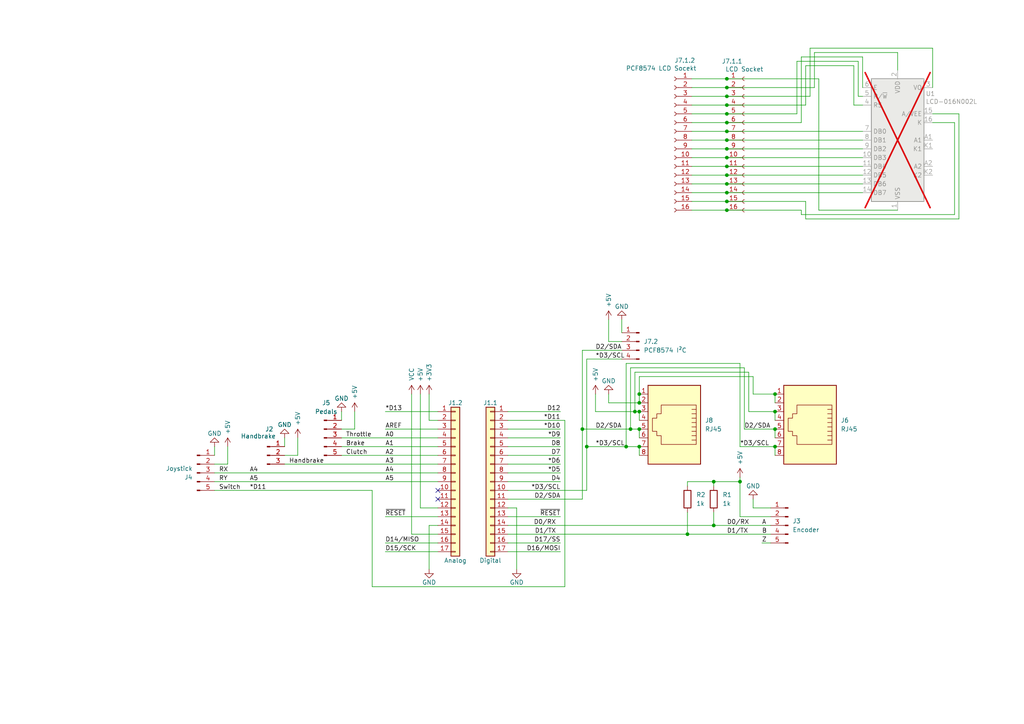
<source format=kicad_sch>
(kicad_sch (version 20231120) (generator "eeschema") (generator_version "8.0")
  (paper "A4")
  (title_block (date "sam. 04 avril 2015"))
  (lib_symbols
    (symbol "Connector:Conn_01x03_Pin" (pin_names (offset 1.016) hide)
      (property "Reference" "J" (at 0 5.08 0))
      (property "Value" "Conn_01x03_Pin" (at 0 -5.08 0))
      (symbol "Conn_01x03_Pin_1_1"
        (polyline (pts (xy 1.27 -2.54) (xy 0.8636 -2.54)) (stroke (width 0.1524)))
        (polyline (pts (xy 1.27 0) (xy 0.8636 0)) (stroke (width 0.1524)))
        (polyline (pts (xy 1.27 2.54) (xy 0.8636 2.54)) (stroke (width 0.1524)))
        (rectangle (start 0.8636 -2.413) (end 0 -2.667) (stroke (width 0.1524)) (fill (type outline)))
        (rectangle (start 0.8636 0.127) (end 0 -0.127) (stroke (width 0.1524)) (fill (type outline)))
        (rectangle (start 0.8636 2.667) (end 0 2.413) (stroke (width 0.1524)) (fill (type outline)))
        (pin passive line (at 5.08 2.54 180) (length 3.81) (name "Pin_1") (number "1"))
        (pin passive line (at 5.08 0 180) (length 3.81) (name "Pin_2") (number "2"))
        (pin passive line (at 5.08 -2.54 180) (length 3.81) (name "Pin_3") (number "3"))
      )
    )
    (symbol "Connector:Conn_01x04_Pin" (pin_names (offset 1.016) hide)
      (property "Reference" "J" (at 0 5.08 0))
      (property "Value" "Conn_01x04_Pin" (at 0 -7.62 0))
      (symbol "Conn_01x04_Pin_1_1"
        (polyline (pts (xy 1.27 -5.08) (xy 0.8636 -5.08)) (stroke (width 0.1524)))
        (polyline (pts (xy 1.27 -2.54) (xy 0.8636 -2.54)) (stroke (width 0.1524)))
        (polyline (pts (xy 1.27 0) (xy 0.8636 0)) (stroke (width 0.1524)))
        (polyline (pts (xy 1.27 2.54) (xy 0.8636 2.54)) (stroke (width 0.1524)))
        (rectangle (start 0.8636 -4.953) (end 0 -5.207) (stroke (width 0.1524)) (fill (type outline)))
        (rectangle (start 0.8636 -2.413) (end 0 -2.667) (stroke (width 0.1524)) (fill (type outline)))
        (rectangle (start 0.8636 0.127) (end 0 -0.127) (stroke (width 0.1524)) (fill (type outline)))
        (rectangle (start 0.8636 2.667) (end 0 2.413) (stroke (width 0.1524)) (fill (type outline)))
        (pin passive line (at 5.08 2.54 180) (length 3.81) (name "Pin_1") (number "1"))
        (pin passive line (at 5.08 0 180) (length 3.81) (name "Pin_2") (number "2"))
        (pin passive line (at 5.08 -2.54 180) (length 3.81) (name "Pin_3") (number "3"))
        (pin passive line (at 5.08 -5.08 180) (length 3.81) (name "Pin_4") (number "4"))
      )
    )
    (symbol "Connector:Conn_01x05_Pin" (pin_names (offset 1.016) hide)
      (property "Reference" "J" (at 0 7.62 0))
      (property "Value" "Conn_01x05_Pin" (at 0 -7.62 0))
      (symbol "Conn_01x05_Pin_1_1"
        (polyline (pts (xy 1.27 -5.08) (xy 0.8636 -5.08)) (stroke (width 0.1524)))
        (polyline (pts (xy 1.27 -2.54) (xy 0.8636 -2.54)) (stroke (width 0.1524)))
        (polyline (pts (xy 1.27 0) (xy 0.8636 0)) (stroke (width 0.1524)))
        (polyline (pts (xy 1.27 2.54) (xy 0.8636 2.54)) (stroke (width 0.1524)))
        (polyline (pts (xy 1.27 5.08) (xy 0.8636 5.08)) (stroke (width 0.1524)))
        (rectangle (start 0.8636 -4.953) (end 0 -5.207) (stroke (width 0.1524)) (fill (type outline)))
        (rectangle (start 0.8636 -2.413) (end 0 -2.667) (stroke (width 0.1524)) (fill (type outline)))
        (rectangle (start 0.8636 0.127) (end 0 -0.127) (stroke (width 0.1524)) (fill (type outline)))
        (rectangle (start 0.8636 2.667) (end 0 2.413) (stroke (width 0.1524)) (fill (type outline)))
        (rectangle (start 0.8636 5.207) (end 0 4.953) (stroke (width 0.1524)) (fill (type outline)))
        (pin passive line (at 5.08 5.08 180) (length 3.81) (name "Pin_1") (number "1"))
        (pin passive line (at 5.08 2.54 180) (length 3.81) (name "Pin_2") (number "2"))
        (pin passive line (at 5.08 0 180) (length 3.81) (name "Pin_3") (number "3"))
        (pin passive line (at 5.08 -2.54 180) (length 3.81) (name "Pin_4") (number "4"))
        (pin passive line (at 5.08 -5.08 180) (length 3.81) (name "Pin_5") (number "5"))
      )
    )
    (symbol "Connector:Conn_01x16_Socket" (pin_names (offset 1.016) hide)
      (property "Reference" "J" (at 0 20.32 0))
      (property "Value" "Conn_01x16_Socket" (at 0 -22.86 0))
      (symbol "Conn_01x16_Socket_1_1"
        (arc (start 0 -19.812) (mid -0.5058 -20.32) (end 0 -20.828) (stroke (width 0.1524)))
        (arc (start 0 -17.272) (mid -0.5058 -17.78) (end 0 -18.288) (stroke (width 0.1524)))
        (arc (start 0 -14.732) (mid -0.5058 -15.24) (end 0 -15.748) (stroke (width 0.1524)))
        (arc (start 0 -12.192) (mid -0.5058 -12.7) (end 0 -13.208) (stroke (width 0.1524)))
        (arc (start 0 -9.652) (mid -0.5058 -10.16) (end 0 -10.668) (stroke (width 0.1524)))
        (arc (start 0 -7.112) (mid -0.5058 -7.62) (end 0 -8.128) (stroke (width 0.1524)))
        (arc (start 0 -4.572) (mid -0.5058 -5.08) (end 0 -5.588) (stroke (width 0.1524)))
        (arc (start 0 -2.032) (mid -0.5058 -2.54) (end 0 -3.048) (stroke (width 0.1524)))
        (polyline (pts (xy -1.27 -20.32) (xy -0.508 -20.32)) (stroke (width 0.1524)))
        (polyline (pts (xy -1.27 -17.78) (xy -0.508 -17.78)) (stroke (width 0.1524)))
        (polyline (pts (xy -1.27 -15.24) (xy -0.508 -15.24)) (stroke (width 0.1524)))
        (polyline (pts (xy -1.27 -12.7) (xy -0.508 -12.7)) (stroke (width 0.1524)))
        (polyline (pts (xy -1.27 -10.16) (xy -0.508 -10.16)) (stroke (width 0.1524)))
        (polyline (pts (xy -1.27 -7.62) (xy -0.508 -7.62)) (stroke (width 0.1524)))
        (polyline (pts (xy -1.27 -5.08) (xy -0.508 -5.08)) (stroke (width 0.1524)))
        (polyline (pts (xy -1.27 -2.54) (xy -0.508 -2.54)) (stroke (width 0.1524)))
        (polyline (pts (xy -1.27 0) (xy -0.508 0)) (stroke (width 0.1524)))
        (polyline (pts (xy -1.27 2.54) (xy -0.508 2.54)) (stroke (width 0.1524)))
        (polyline (pts (xy -1.27 5.08) (xy -0.508 5.08)) (stroke (width 0.1524)))
        (polyline (pts (xy -1.27 7.62) (xy -0.508 7.62)) (stroke (width 0.1524)))
        (polyline (pts (xy -1.27 10.16) (xy -0.508 10.16)) (stroke (width 0.1524)))
        (polyline (pts (xy -1.27 12.7) (xy -0.508 12.7)) (stroke (width 0.1524)))
        (polyline (pts (xy -1.27 15.24) (xy -0.508 15.24)) (stroke (width 0.1524)))
        (polyline (pts (xy -1.27 17.78) (xy -0.508 17.78)) (stroke (width 0.1524)))
        (arc (start 0 0.508) (mid -0.5058 0) (end 0 -0.508) (stroke (width 0.1524)))
        (arc (start 0 3.048) (mid -0.5058 2.54) (end 0 2.032) (stroke (width 0.1524)))
        (arc (start 0 5.588) (mid -0.5058 5.08) (end 0 4.572) (stroke (width 0.1524)))
        (arc (start 0 8.128) (mid -0.5058 7.62) (end 0 7.112) (stroke (width 0.1524)))
        (arc (start 0 10.668) (mid -0.5058 10.16) (end 0 9.652) (stroke (width 0.1524)))
        (arc (start 0 13.208) (mid -0.5058 12.7) (end 0 12.192) (stroke (width 0.1524)))
        (arc (start 0 15.748) (mid -0.5058 15.24) (end 0 14.732) (stroke (width 0.1524)))
        (arc (start 0 18.288) (mid -0.5058 17.78) (end 0 17.272) (stroke (width 0.1524)))
        (pin passive line (at -5.08 17.78 0) (length 3.81) (name "Pin_1") (number "1"))
        (pin passive line (at -5.08 -5.08 0) (length 3.81) (name "Pin_10") (number "10"))
        (pin passive line (at -5.08 -7.62 0) (length 3.81) (name "Pin_11") (number "11"))
        (pin passive line (at -5.08 -10.16 0) (length 3.81) (name "Pin_12") (number "12"))
        (pin passive line (at -5.08 -12.7 0) (length 3.81) (name "Pin_13") (number "13"))
        (pin passive line (at -5.08 -15.24 0) (length 3.81) (name "Pin_14") (number "14"))
        (pin passive line (at -5.08 -17.78 0) (length 3.81) (name "Pin_15") (number "15"))
        (pin passive line (at -5.08 -20.32 0) (length 3.81) (name "Pin_16") (number "16"))
        (pin passive line (at -5.08 15.24 0) (length 3.81) (name "Pin_2") (number "2"))
        (pin passive line (at -5.08 12.7 0) (length 3.81) (name "Pin_3") (number "3"))
        (pin passive line (at -5.08 10.16 0) (length 3.81) (name "Pin_4") (number "4"))
        (pin passive line (at -5.08 7.62 0) (length 3.81) (name "Pin_5") (number "5"))
        (pin passive line (at -5.08 5.08 0) (length 3.81) (name "Pin_6") (number "6"))
        (pin passive line (at -5.08 2.54 0) (length 3.81) (name "Pin_7") (number "7"))
        (pin passive line (at -5.08 0 0) (length 3.81) (name "Pin_8") (number "8"))
        (pin passive line (at -5.08 -2.54 0) (length 3.81) (name "Pin_9") (number "9"))
      )
    )
    (symbol "Connector:RJ45" (pin_names (offset 1.016))
      (property "Reference" "J" (at -5.08 13.97 0))
      (property "Value" "RJ45" (at 2.54 13.97 0))
      (symbol "RJ45_0_1"
        (polyline (pts (xy -5.08 4.445) (xy -6.35 4.445)))
        (polyline (pts (xy -5.08 5.715) (xy -6.35 5.715)))
        (polyline (pts (xy -6.35 -3.175) (xy -5.08 -3.175) (xy -5.08 -3.175)))
        (polyline (pts (xy -6.35 -1.905) (xy -5.08 -1.905) (xy -5.08 -1.905)))
        (polyline (pts (xy -6.35 -0.635) (xy -5.08 -0.635) (xy -5.08 -0.635)))
        (polyline (pts (xy -6.35 0.635) (xy -5.08 0.635) (xy -5.08 0.635)))
        (polyline (pts (xy -6.35 1.905) (xy -5.08 1.905) (xy -5.08 1.905)))
        (polyline (pts (xy -5.08 3.175) (xy -6.35 3.175) (xy -6.35 3.175)))
        (polyline (pts (xy -6.35 -4.445) (xy -6.35 6.985) (xy 3.81 6.985) (xy 3.81 4.445) (xy 5.08 4.445) (xy 5.08 3.175) (xy 6.35 3.175) (xy 6.35 -0.635) (xy 5.08 -0.635) (xy 5.08 -1.905) (xy 3.81 -1.905) (xy 3.81 -4.445) (xy -6.35 -4.445) (xy -6.35 -4.445)))
        (rectangle (start 7.62 12.7) (end -7.62 -10.16) (stroke (width 0.254)) (fill (type background)))
      )
      (symbol "RJ45_1_1"
        (pin passive line (at 10.16 -7.62 180) (length 2.54) (name "~") (number "1"))
        (pin passive line (at 10.16 -5.08 180) (length 2.54) (name "~") (number "2"))
        (pin passive line (at 10.16 -2.54 180) (length 2.54) (name "~") (number "3"))
        (pin passive line (at 10.16 0 180) (length 2.54) (name "~") (number "4"))
        (pin passive line (at 10.16 2.54 180) (length 2.54) (name "~") (number "5"))
        (pin passive line (at 10.16 5.08 180) (length 2.54) (name "~") (number "6"))
        (pin passive line (at 10.16 7.62 180) (length 2.54) (name "~") (number "7"))
        (pin passive line (at 10.16 10.16 180) (length 2.54) (name "~") (number "8"))
      )
    )
    (symbol "Connector_Generic:Conn_01x17" (pin_names (offset 1.016) hide)
      (property "Reference" "J" (at 0 22.86 0))
      (property "Value" "Conn_01x17" (at 0 -22.86 0))
      (symbol "Conn_01x17_1_1"
        (rectangle (start -1.27 -20.193) (end 0 -20.447) (stroke (width 0.1524)))
        (rectangle (start -1.27 -17.653) (end 0 -17.907) (stroke (width 0.1524)))
        (rectangle (start -1.27 -15.113) (end 0 -15.367) (stroke (width 0.1524)))
        (rectangle (start -1.27 -12.573) (end 0 -12.827) (stroke (width 0.1524)))
        (rectangle (start -1.27 -10.033) (end 0 -10.287) (stroke (width 0.1524)))
        (rectangle (start -1.27 -7.493) (end 0 -7.747) (stroke (width 0.1524)))
        (rectangle (start -1.27 -4.953) (end 0 -5.207) (stroke (width 0.1524)))
        (rectangle (start -1.27 -2.413) (end 0 -2.667) (stroke (width 0.1524)))
        (rectangle (start -1.27 0.127) (end 0 -0.127) (stroke (width 0.1524)))
        (rectangle (start -1.27 2.667) (end 0 2.413) (stroke (width 0.1524)))
        (rectangle (start -1.27 5.207) (end 0 4.953) (stroke (width 0.1524)))
        (rectangle (start -1.27 7.747) (end 0 7.493) (stroke (width 0.1524)))
        (rectangle (start -1.27 10.287) (end 0 10.033) (stroke (width 0.1524)))
        (rectangle (start -1.27 12.827) (end 0 12.573) (stroke (width 0.1524)))
        (rectangle (start -1.27 15.367) (end 0 15.113) (stroke (width 0.1524)))
        (rectangle (start -1.27 17.907) (end 0 17.653) (stroke (width 0.1524)))
        (rectangle (start -1.27 20.447) (end 0 20.193) (stroke (width 0.1524)))
        (rectangle (start -1.27 21.59) (end 1.27 -21.59) (stroke (width 0.254)) (fill (type background)))
        (pin passive line (at -5.08 20.32 0) (length 3.81) (name "Pin_1") (number "1"))
        (pin passive line (at -5.08 -2.54 0) (length 3.81) (name "Pin_10") (number "10"))
        (pin passive line (at -5.08 -5.08 0) (length 3.81) (name "Pin_11") (number "11"))
        (pin passive line (at -5.08 -7.62 0) (length 3.81) (name "Pin_12") (number "12"))
        (pin passive line (at -5.08 -10.16 0) (length 3.81) (name "Pin_13") (number "13"))
        (pin passive line (at -5.08 -12.7 0) (length 3.81) (name "Pin_14") (number "14"))
        (pin passive line (at -5.08 -15.24 0) (length 3.81) (name "Pin_15") (number "15"))
        (pin passive line (at -5.08 -17.78 0) (length 3.81) (name "Pin_16") (number "16"))
        (pin passive line (at -5.08 -20.32 0) (length 3.81) (name "Pin_17") (number "17"))
        (pin passive line (at -5.08 17.78 0) (length 3.81) (name "Pin_2") (number "2"))
        (pin passive line (at -5.08 15.24 0) (length 3.81) (name "Pin_3") (number "3"))
        (pin passive line (at -5.08 12.7 0) (length 3.81) (name "Pin_4") (number "4"))
        (pin passive line (at -5.08 10.16 0) (length 3.81) (name "Pin_5") (number "5"))
        (pin passive line (at -5.08 7.62 0) (length 3.81) (name "Pin_6") (number "6"))
        (pin passive line (at -5.08 5.08 0) (length 3.81) (name "Pin_7") (number "7"))
        (pin passive line (at -5.08 2.54 0) (length 3.81) (name "Pin_8") (number "8"))
        (pin passive line (at -5.08 0 0) (length 3.81) (name "Pin_9") (number "9"))
      )
    )
    (symbol "Device:R" (pin_numbers hide) (pin_names (offset 0))
      (property "Reference" "R" (at 2.032 0 90))
      (property "Value" "R" (at 0 0 90))
      (symbol "R_0_1"
        (rectangle (start -1.016 -2.54) (end 1.016 2.54) (stroke (width 0.254)))
      )
      (symbol "R_1_1"
        (pin passive line (at 0 3.81 270) (length 1.27) (name "~") (number "1"))
        (pin passive line (at 0 -3.81 90) (length 1.27) (name "~") (number "2"))
      )
    )
    (symbol "Display_Character:LCD-016N002L"
      (property "Reference" "U" (at -6.35 18.796 0))
      (property "Value" "LCD-016N002L" (at 8.636 18.796 0))
      (symbol "LCD-016N002L_1_1"
        (rectangle (start -7.62 17.78) (end 7.62 -17.78) (stroke (width 0.254)) (fill (type background)))
        (pin power_in line (at 0 -20.32 90) (length 2.54) (name "VSS") (number "1"))
        (pin bidirectional line (at -10.16 -5.08 0) (length 2.54) (name "DB3") (number "10"))
        (pin bidirectional line (at -10.16 -7.62 0) (length 2.54) (name "DB4") (number "11"))
        (pin bidirectional line (at -10.16 -10.16 0) (length 2.54) (name "DB5") (number "12"))
        (pin bidirectional line (at -10.16 -12.7 0) (length 2.54) (name "DB6") (number "13"))
        (pin bidirectional line (at -10.16 -15.24 0) (length 2.54) (name "DB7") (number "14"))
        (pin power_in line (at 10.16 7.62 180) (length 2.54) (name "A/VEE") (number "15"))
        (pin power_in line (at 10.16 5.08 180) (length 2.54) (name "K") (number "16"))
        (pin power_in line (at 0 20.32 270) (length 2.54) (name "VDD") (number "2"))
        (pin input line (at 10.16 15.24 180) (length 2.54) (name "VO") (number "3"))
        (pin input line (at -10.16 10.16 0) (length 2.54) (name "RS") (number "4"))
        (pin input line (at -10.16 12.7 0) (length 2.54) (name "R/~{W}") (number "5"))
        (pin input line (at -10.16 15.24 0) (length 2.54) (name "E") (number "6"))
        (pin bidirectional line (at -10.16 2.54 0) (length 2.54) (name "DB0") (number "7"))
        (pin bidirectional line (at -10.16 0 0) (length 2.54) (name "DB1") (number "8"))
        (pin bidirectional line (at -10.16 -2.54 0) (length 2.54) (name "DB2") (number "9"))
        (pin power_in line (at 10.16 0 180) (length 2.54) (name "A1") (number "A1"))
        (pin power_in line (at 10.16 -7.62 180) (length 2.54) (name "A2") (number "A2"))
        (pin power_in line (at 10.16 -2.54 180) (length 2.54) (name "K1") (number "K1"))
        (pin power_in line (at 10.16 -10.16 180) (length 2.54) (name "K2") (number "K2"))
      )
    )
    (symbol "power:+3.3V" (power) (pin_names (offset 0))
      (property "Value" "+3.3V" (at 0 3.556 0))
      (symbol "+3.3V_0_1"
        (polyline (pts (xy -0.762 1.27) (xy 0 2.54)))
        (polyline (pts (xy 0 0) (xy 0 2.54)))
        (polyline (pts (xy 0 2.54) (xy 0.762 1.27)))
      )
      (symbol "+3.3V_1_1"
        (pin power_in line (at 0 0 90) (length 0) hide (name "+3V3") (number "1"))
      )
    )
    (symbol "power:+5V" (power) (pin_names (offset 0))
      (property "Value" "+5V" (at 0 3.556 0))
      (symbol "+5V_0_1"
        (polyline (pts (xy -0.762 1.27) (xy 0 2.54)))
        (polyline (pts (xy 0 0) (xy 0 2.54)))
        (polyline (pts (xy 0 2.54) (xy 0.762 1.27)))
      )
      (symbol "+5V_1_1"
        (pin power_in line (at 0 0 90) (length 0) hide (name "+5V") (number "1"))
      )
    )
    (symbol "power:GND" (power) (pin_names (offset 0))
      (property "Value" "GND" (at 0 -3.81 0))
      (symbol "GND_0_1"
        (polyline (pts (xy 0 0) (xy 0 -1.27) (xy 1.27 -1.27) (xy 0 -2.54) (xy -1.27 -1.27) (xy 0 -1.27)))
      )
      (symbol "GND_1_1"
        (pin power_in line (at 0 0 270) (length 0) hide (name "GND") (number "1"))
      )
    )
    (symbol "power:VCC" (power) (pin_names (offset 0))
      (property "Value" "VCC" (at 0 3.81 0))
      (symbol "VCC_0_1"
        (polyline (pts (xy -0.762 1.27) (xy 0 2.54)))
        (polyline (pts (xy 0 0) (xy 0 2.54)))
        (polyline (pts (xy 0 2.54) (xy 0.762 1.27)))
      )
      (symbol "VCC_1_1"
        (pin power_in line (at 0 0 90) (length 0) hide (name "VCC") (number "1"))
      )
    )
  )
  (junction (at 199.39 154.94))
  (junction (at 207.01 152.4))
  (junction (at 224.79 114.3))
  (junction (at 210.82 55.88))
  (junction (at 207.01 139.7))
  (junction (at 210.82 58.42))
  (junction (at 214.63 139.7))
  (junction (at 210.82 22.86))
  (junction (at 210.82 40.64))
  (junction (at 210.82 48.26))
  (junction (at 210.82 50.8))
  (junction (at 224.79 119.38))
  (junction (at 210.82 38.1))
  (junction (at 185.42 129.54))
  (junction (at 210.82 35.56))
  (junction (at 184.15 119.38))
  (junction (at 168.91 124.46))
  (junction (at 185.42 114.3))
  (junction (at 210.82 33.02))
  (junction (at 182.88 124.46))
  (junction (at 210.82 27.94))
  (junction (at 210.82 53.34))
  (junction (at 224.79 124.46))
  (junction (at 210.82 43.18))
  (junction (at 170.18 129.54))
  (junction (at 185.42 124.46))
  (junction (at 185.42 116.84))
  (junction (at 210.82 25.4))
  (junction (at 181.61 129.54))
  (junction (at 210.82 45.72))
  (junction (at 185.42 119.38))
  (junction (at 210.82 60.96))
  (junction (at 210.82 30.48))
  (junction (at 224.79 129.54))
  (no_connect (at 127 142.24))
  (no_connect (at 127 144.78))
  (wire (pts (xy 127 121.92) (xy 124.46 121.92)))
  (wire (pts (xy 218.44 114.3) (xy 224.79 114.3)))
  (wire (pts (xy 147.32 154.94) (xy 199.39 154.94)))
  (wire (pts (xy 214.63 149.86) (xy 214.63 139.7)))
  (wire (pts (xy 210.82 25.4) (xy 236.22 25.4)))
  (wire (pts (xy 200.66 27.94) (xy 210.82 27.94)))
  (wire (pts (xy 185.42 114.3) (xy 185.42 116.84)))
  (wire (pts (xy 260.35 60.96) (xy 237.49 60.96)))
  (wire (pts (xy 270.51 33.02) (xy 278.13 33.02)))
  (wire (pts (xy 224.79 114.3) (xy 224.79 116.84)))
  (wire (pts (xy 214.63 129.54) (xy 224.79 129.54)))
  (wire (pts (xy 200.66 53.34) (xy 210.82 53.34)))
  (wire (pts (xy 220.98 157.48) (xy 223.52 157.48)))
  (wire (pts (xy 170.18 129.54) (xy 181.61 129.54)))
  (wire (pts (xy 200.66 58.42) (xy 210.82 58.42)))
  (wire (pts (xy 224.79 129.54) (xy 224.79 132.08)))
  (wire (pts (xy 233.68 19.05) (xy 233.68 30.48)))
  (wire (pts (xy 278.13 33.02) (xy 278.13 63.5)))
  (wire (pts (xy 170.18 142.24) (xy 147.32 142.24)))
  (wire (pts (xy 218.44 147.32) (xy 223.52 147.32)))
  (wire (pts (xy 121.92 114.3) (xy 121.92 147.32)))
  (wire (pts (xy 127 147.32) (xy 121.92 147.32)))
  (wire (pts (xy 182.88 106.68) (xy 215.9 106.68)))
  (wire (pts (xy 233.68 58.42) (xy 210.82 58.42)))
  (wire (pts (xy 185.42 119.38) (xy 185.42 121.92)))
  (wire (pts (xy 210.82 33.02) (xy 231.14 33.02)))
  (wire (pts (xy 270.51 25.4) (xy 270.51 13.97)))
  (wire (pts (xy 237.49 60.96) (xy 237.49 22.86)))
  (wire (pts (xy 62.23 134.62) (xy 66.04 134.62)))
  (wire (pts (xy 185.42 109.22) (xy 218.44 109.22)))
  (wire (pts (xy 66.04 134.62) (xy 66.04 129.54)))
  (wire (pts (xy 210.82 45.72) (xy 250.19 45.72)))
  (wire (pts (xy 217.17 119.38) (xy 224.79 119.38)))
  (wire (pts (xy 210.82 48.26) (xy 250.19 48.26)))
  (wire (pts (xy 215.9 124.46) (xy 224.79 124.46)))
  (wire (pts (xy 276.86 62.23) (xy 232.41 62.23)))
  (wire (pts (xy 184.15 119.38) (xy 185.42 119.38)))
  (wire (pts (xy 185.42 129.54) (xy 185.42 132.08)))
  (wire (pts (xy 62.23 139.7) (xy 127 139.7)))
  (wire (pts (xy 147.32 124.46) (xy 162.56 124.46)))
  (wire (pts (xy 260.35 15.24) (xy 236.22 15.24)))
  (wire (pts (xy 168.91 124.46) (xy 182.88 124.46)))
  (wire (pts (xy 147.32 160.02) (xy 162.56 160.02)))
  (wire (pts (xy 200.66 45.72) (xy 210.82 45.72)))
  (wire (pts (xy 207.01 140.97) (xy 207.01 139.7)))
  (wire (pts (xy 170.18 104.14) (xy 170.18 129.54)))
  (wire (pts (xy 214.63 149.86) (xy 223.52 149.86)))
  (wire (pts (xy 199.39 139.7) (xy 207.01 139.7)))
  (wire (pts (xy 247.65 30.48) (xy 250.19 30.48)))
  (wire (pts (xy 184.15 119.38) (xy 184.15 107.95)))
  (wire (pts (xy 147.32 157.48) (xy 162.56 157.48)))
  (wire (pts (xy 210.82 43.18) (xy 250.19 43.18)))
  (wire (pts (xy 247.65 30.48) (xy 247.65 19.05)))
  (wire (pts (xy 147.32 129.54) (xy 162.56 129.54)))
  (wire (pts (xy 99.06 119.38) (xy 99.06 121.92)))
  (wire (pts (xy 200.66 38.1) (xy 210.82 38.1)))
  (wire (pts (xy 234.95 13.97) (xy 234.95 27.94)))
  (wire (pts (xy 185.42 124.46) (xy 185.42 127)))
  (wire (pts (xy 180.34 99.06) (xy 176.53 99.06)))
  (wire (pts (xy 99.06 129.54) (xy 127 129.54)))
  (wire (pts (xy 199.39 154.94) (xy 223.52 154.94)))
  (wire (pts (xy 168.91 124.46) (xy 168.91 144.78)))
  (wire (pts (xy 214.63 139.7) (xy 214.63 138.43)))
  (wire (pts (xy 199.39 148.59) (xy 199.39 154.94)))
  (wire (pts (xy 86.36 132.08) (xy 86.36 127)))
  (wire (pts (xy 200.66 55.88) (xy 210.82 55.88)))
  (wire (pts (xy 147.32 152.4) (xy 207.01 152.4)))
  (wire (pts (xy 200.66 43.18) (xy 210.82 43.18)))
  (wire (pts (xy 200.66 35.56) (xy 210.82 35.56)))
  (wire (pts (xy 163.83 121.92) (xy 163.83 170.18)))
  (wire (pts (xy 147.32 139.7) (xy 162.56 139.7)))
  (wire (pts (xy 224.79 124.46) (xy 224.79 127)))
  (wire (pts (xy 182.88 124.46) (xy 185.42 124.46)))
  (wire (pts (xy 147.32 144.78) (xy 168.91 144.78)))
  (wire (pts (xy 232.41 62.23) (xy 232.41 60.96)))
  (wire (pts (xy 210.82 22.86) (xy 237.49 22.86)))
  (wire (pts (xy 210.82 55.88) (xy 250.19 55.88)))
  (wire (pts (xy 99.06 124.46) (xy 102.87 124.46)))
  (wire (pts (xy 184.15 107.95) (xy 217.17 107.95)))
  (wire (pts (xy 231.14 17.78) (xy 231.14 33.02)))
  (wire (pts (xy 217.17 107.95) (xy 217.17 119.38)))
  (wire (pts (xy 207.01 152.4) (xy 223.52 152.4)))
  (wire (pts (xy 224.79 119.38) (xy 224.79 121.92)))
  (wire (pts (xy 210.82 53.34) (xy 250.19 53.34)))
  (wire (pts (xy 111.76 124.46) (xy 127 124.46)))
  (wire (pts (xy 200.66 25.4) (xy 210.82 25.4)))
  (wire (pts (xy 210.82 30.48) (xy 233.68 30.48)))
  (wire (pts (xy 200.66 60.96) (xy 210.82 60.96)))
  (wire (pts (xy 232.41 35.56) (xy 210.82 35.56)))
  (wire (pts (xy 62.23 129.54) (xy 62.23 132.08)))
  (wire (pts (xy 124.46 114.3) (xy 124.46 121.92)))
  (wire (pts (xy 147.32 147.32) (xy 149.86 147.32)))
  (wire (pts (xy 119.38 114.3) (xy 119.38 154.94)))
  (wire (pts (xy 127 154.94) (xy 119.38 154.94)))
  (wire (pts (xy 210.82 50.8) (xy 250.19 50.8)))
  (wire (pts (xy 250.19 16.51) (xy 232.41 16.51)))
  (wire (pts (xy 111.76 149.86) (xy 127 149.86)))
  (wire (pts (xy 182.88 124.46) (xy 182.88 106.68)))
  (wire (pts (xy 278.13 63.5) (xy 233.68 63.5)))
  (wire (pts (xy 199.39 140.97) (xy 199.39 139.7)))
  (wire (pts (xy 218.44 144.78) (xy 218.44 147.32)))
  (wire (pts (xy 181.61 129.54) (xy 185.42 129.54)))
  (wire (pts (xy 200.66 30.48) (xy 210.82 30.48)))
  (wire (pts (xy 170.18 129.54) (xy 170.18 142.24)))
  (wire (pts (xy 200.66 33.02) (xy 210.82 33.02)))
  (wire (pts (xy 207.01 139.7) (xy 214.63 139.7)))
  (wire (pts (xy 102.87 124.46) (xy 102.87 119.38)))
  (wire (pts (xy 210.82 38.1) (xy 250.19 38.1)))
  (wire (pts (xy 147.32 137.16) (xy 162.56 137.16)))
  (wire (pts (xy 62.23 137.16) (xy 127 137.16)))
  (wire (pts (xy 172.72 119.38) (xy 184.15 119.38)))
  (wire (pts (xy 111.76 157.48) (xy 127 157.48)))
  (wire (pts (xy 236.22 15.24) (xy 236.22 25.4)))
  (wire (pts (xy 176.53 116.84) (xy 185.42 116.84)))
  (wire (pts (xy 147.32 134.62) (xy 162.56 134.62)))
  (wire (pts (xy 111.76 119.38) (xy 127 119.38)))
  (wire (pts (xy 170.18 104.14) (xy 180.34 104.14)))
  (wire (pts (xy 231.14 17.78) (xy 248.92 17.78)))
  (wire (pts (xy 234.95 27.94) (xy 210.82 27.94)))
  (wire (pts (xy 218.44 109.22) (xy 218.44 114.3)))
  (wire (pts (xy 180.34 96.52) (xy 180.34 92.71)))
  (wire (pts (xy 248.92 17.78) (xy 248.92 27.94)))
  (wire (pts (xy 214.63 105.41) (xy 214.63 129.54)))
  (wire (pts (xy 260.35 15.24) (xy 260.35 20.32)))
  (wire (pts (xy 248.92 27.94) (xy 250.19 27.94)))
  (wire (pts (xy 168.91 101.6) (xy 168.91 124.46)))
  (wire (pts (xy 111.76 160.02) (xy 127 160.02)))
  (wire (pts (xy 180.34 101.6) (xy 168.91 101.6)))
  (wire (pts (xy 62.23 142.24) (xy 107.95 142.24)))
  (wire (pts (xy 147.32 127) (xy 162.56 127)))
  (wire (pts (xy 232.41 16.51) (xy 232.41 35.56)))
  (wire (pts (xy 82.55 132.08) (xy 86.36 132.08)))
  (wire (pts (xy 147.32 119.38) (xy 162.56 119.38)))
  (wire (pts (xy 99.06 127) (xy 127 127)))
  (wire (pts (xy 147.32 149.86) (xy 162.56 149.86)))
  (wire (pts (xy 147.32 132.08) (xy 162.56 132.08)))
  (wire (pts (xy 200.66 50.8) (xy 210.82 50.8)))
  (wire (pts (xy 149.86 147.32) (xy 149.86 165.1)))
  (wire (pts (xy 185.42 114.3) (xy 185.42 109.22)))
  (wire (pts (xy 107.95 170.18) (xy 107.95 142.24)))
  (wire (pts (xy 200.66 40.64) (xy 210.82 40.64)))
  (wire (pts (xy 207.01 148.59) (xy 207.01 152.4)))
  (wire (pts (xy 215.9 106.68) (xy 215.9 124.46)))
  (wire (pts (xy 270.51 35.56) (xy 276.86 35.56)))
  (wire (pts (xy 176.53 114.3) (xy 176.53 116.84)))
  (wire (pts (xy 82.55 134.62) (xy 127 134.62)))
  (wire (pts (xy 82.55 127) (xy 82.55 129.54)))
  (wire (pts (xy 172.72 119.38) (xy 172.72 114.3)))
  (wire (pts (xy 163.83 170.18) (xy 107.95 170.18)))
  (wire (pts (xy 276.86 35.56) (xy 276.86 62.23)))
  (wire (pts (xy 210.82 40.64) (xy 250.19 40.64)))
  (wire (pts (xy 247.65 19.05) (xy 233.68 19.05)))
  (wire (pts (xy 250.19 16.51) (xy 250.19 25.4)))
  (wire (pts (xy 270.51 13.97) (xy 234.95 13.97)))
  (wire (pts (xy 124.46 152.4) (xy 124.46 165.1)))
  (wire (pts (xy 127 152.4) (xy 124.46 152.4)))
  (wire (pts (xy 200.66 48.26) (xy 210.82 48.26)))
  (wire (pts (xy 232.41 60.96) (xy 210.82 60.96)))
  (wire (pts (xy 181.61 129.54) (xy 181.61 105.41)))
  (wire (pts (xy 181.61 105.41) (xy 214.63 105.41)))
  (wire (pts (xy 233.68 63.5) (xy 233.68 58.42)))
  (wire (pts (xy 200.66 22.86) (xy 210.82 22.86)))
  (wire (pts (xy 99.06 132.08) (xy 127 132.08)))
  (wire (pts (xy 176.53 99.06) (xy 176.53 92.71)))
  (wire (pts (xy 147.32 121.92) (xy 163.83 121.92)))
  (label "D4" (at 162.56 139.7 180))
  (label "D2{slash}SDA" (at 215.9 124.46 0))
  (label "RX" (at 63.5 137.16 0))
  (label "*D5" (at 162.56 137.16 180))
  (label "Clutch" (at 100.33 132.08 0))
  (label "A2" (at 111.76 132.08 0))
  (label "D7" (at 162.56 132.08 180))
  (label "A5" (at 72.39 139.7 0))
  (label "D15{slash}SCK" (at 111.76 160.02 0))
  (label "*D13" (at 111.76 119.38 0))
  (label "D16{slash}MOSI" (at 162.56 160.02 180))
  (label "D17{slash}SS" (at 162.56 157.48 180))
  (label "D0{slash}RX" (at 210.82 152.4 0))
  (label "*D6" (at 162.56 134.62 180))
  (label "D2{slash}SDA" (at 172.72 101.6 0))
  (label "*D11" (at 162.56 121.92 180))
  (label "A1" (at 111.76 129.54 0))
  (label "D14{slash}MISO" (at 111.76 157.48 0))
  (label "Brake" (at 100.33 129.54 0))
  (label "A4" (at 111.76 137.16 0))
  (label "A" (at 220.98 152.4 0))
  (label "A5" (at 111.76 139.7 0))
  (label "RY" (at 63.5 139.7 0))
  (label "*D3{slash}SCL" (at 172.72 129.54 0))
  (label "Handbrake" (at 83.82 134.62 0))
  (label "*D11" (at 72.39 142.24 0))
  (label "A3" (at 111.76 134.62 0))
  (label "~{RESET}" (at 162.56 149.86 180))
  (label "A0" (at 111.76 127 0))
  (label "D1{slash}TX" (at 210.82 154.94 0))
  (label "Throttle" (at 100.33 127 0))
  (label "B" (at 220.98 154.94 0))
  (label "*D9" (at 162.56 127 180))
  (label "*D3{slash}SCL" (at 162.56 142.24 180))
  (label "D2{slash}SDA" (at 162.56 144.78 180))
  (label "A4" (at 72.39 137.16 0))
  (label "*D3{slash}SCL" (at 214.63 129.54 0))
  (label "D8" (at 162.56 129.54 180))
  (label "D1{slash}TX" (at 161.29 154.94 180))
  (label "*D3{slash}SCL" (at 172.72 104.14 0))
  (label "D0{slash}RX" (at 161.29 152.4 180))
  (label "Switch" (at 63.5 142.24 0))
  (label "Z" (at 220.98 157.48 0))
  (label "AREF" (at 111.76 124.46 0))
  (label "~{RESET}" (at 111.76 149.86 0))
  (label "*D10" (at 162.56 124.46 180))
  (label "D2{slash}SDA" (at 172.72 124.46 0))
  (label "D12" (at 162.56 119.38 180))
  (symbol (lib_id "Connector_Generic:Conn_01x17") (at 132.08 139.7 0) (unit 1)
    (property "Reference" "J1.2" (at 132.08 116.84 0))
    (property "Value" "Analog" (at 132.08 162.56 0))
    (property "Footprint" "Connector_PinSocket_2.54mm:PinSocket_1x17_P2.54mm_Vertical_SMD_Pin1Left" (effects (hide yes)))
  )
  (symbol (lib_id "Connector_Generic:Conn_01x17") (at 142.24 139.7 0) (mirror y) (unit 1)
    (property "Reference" "J1.1" (at 142.24 116.84 0))
    (property "Value" "Digital" (at 142.24 162.56 0))
    (property "Footprint" "Connector_PinSocket_2.54mm:PinSocket_1x17_P2.54mm_Vertical_SMD_Pin1Left" (effects (hide yes)))
  )
  (symbol (lib_id "Display_Character:LCD-016N002L") (at 260.35 40.64 0) (unit 1) (exclude_from_sim yes) (in_bom no) (on_board no) (dnp yes)
    (property "Reference" "U1" (at 268.478 27.178 0) (effects (justify left)))
    (property "Value" "LCD-016N002L" (at 268.478 29.464 0) (effects (justify left)))
    (property "Datasheet" "http://www.vishay.com/docs/37299/37299.pdf" (effects (hide yes)))
    (property "Description" "LCD 12x2, 8 bit parallel bus, 3V or 5V VDD" (effects (hide yes)))
  )
  (symbol (lib_id "power:GND") (at 99.06 119.38 180) (unit 1)
    (property "Reference" "#PWR04" (effects (hide yes)))
    (property "Value" "GND" (at 99.06 115.57 0))
  )
  (symbol (lib_id "Connector:Conn_01x05_Pin") (at 228.6 152.4 0) (mirror y) (unit 1)
    (property "Reference" "J3" (at 229.87 151.1299 0) (effects (justify right)))
    (property "Value" "Encoder" (at 229.87 153.6699 0) (effects (justify right)))
    (property "Footprint" "Connector_PinHeader_2.54mm:PinHeader_1x05_P2.54mm_Vertical_SMD_Pin1Left" (effects (hide yes)))
    (property "Description" "Generic connector, single row, 01x05, script generated" (effects (hide yes)))
  )
  (symbol (lib_id "power:+5V") (at 172.72 114.3 0) (unit 1)
    (property "Reference" "#PWR012" (effects (hide yes)))
    (property "Value" "+5V" (at 172.72 110.744 90) (effects (justify left)))
  )
  (symbol (lib_id "Connector:RJ45") (at 234.95 121.92 180) (unit 1)
    (property "Reference" "J6" (at 243.84 121.9199 0) (effects (justify right)))
    (property "Value" "RJ45" (at 243.84 124.4599 0) (effects (justify right)))
    (property "Footprint" "Connector_RJ:RJ45_Molex_0855135013_Vertical" (effects (hide yes)))
    (property "Description" "RJ connector, 8P8C (8 positions 8 connected)" (effects (hide yes)))
  )
  (symbol (lib_id "power:+5V") (at 176.53 92.71 0) (mirror y) (unit 1)
    (property "Reference" "#PWR011" (effects (hide yes)))
    (property "Value" "+5V" (at 176.53 89.154 90) (effects (justify left)))
  )
  (symbol (lib_id "Device:R") (at 199.39 144.78 0) (unit 1)
    (property "Reference" "R2" (at 201.93 143.5099 0) (effects (justify left)))
    (property "Value" "1k" (at 201.93 146.0499 0) (effects (justify left)))
    (property "Footprint" "Resistor_SMD:R_0805_2012Metric_Pad1.20x1.40mm_HandSolder" (effects (hide yes)))
    (property "Description" "Resistor" (effects (hide yes)))
  )
  (symbol (lib_id "Connector:Conn_01x05_Pin") (at 57.15 137.16 0) (unit 1)
    (property "Reference" "J4" (at 55.88 138.4301 0) (effects (justify right)))
    (property "Value" "Joystick" (at 55.88 135.8901 0) (effects (justify right)))
    (property "Footprint" "Connector_PinHeader_2.54mm:PinHeader_1x05_P2.54mm_Vertical_SMD_Pin1Left" (effects (hide yes)))
    (property "Description" "Generic connector, single row, 01x05, script generated" (effects (hide yes)))
  )
  (symbol (lib_id "Connector:Conn_01x16_Socket") (at 215.9 40.64 0) (unit 1)
    (property "Reference" "J7.1.1" (at 212.344 17.78 0))
    (property "Value" "LCD Socket" (at 215.9 20.066 0))
    (property "Footprint" "Connector_PinSocket_2.54mm:PinSocket_1x16_P2.54mm_Vertical_SMD_Pin1Left" (effects (hide yes)))
    (property "Description" "Generic connector, single row, 01x16, script generated" (effects (hide yes)))
  )
  (symbol (lib_id "power:GND") (at 218.44 144.78 0) (mirror x) (unit 1)
    (property "Reference" "#PWR08" (effects (hide yes)))
    (property "Value" "GND" (at 218.44 140.97 0))
  )
  (symbol (lib_id "power:+5V") (at 66.04 129.54 0) (mirror y) (unit 1)
    (property "Reference" "#PWR02" (effects (hide yes)))
    (property "Value" "+5V" (at 66.04 125.984 90) (effects (justify left)))
  )
  (symbol (lib_id "power:GND") (at 180.34 92.71 180) (unit 1)
    (property "Reference" "#PWR010" (effects (hide yes)))
    (property "Value" "GND" (at 180.34 88.9 0))
  )
  (symbol (lib_id "Connector:Conn_01x03_Pin") (at 77.47 132.08 0) (unit 1)
    (property "Reference" "J2" (at 78.105 124.46 0))
    (property "Value" "Handbrake" (at 74.93 126.492 0))
    (property "Footprint" "Connector_PinHeader_2.54mm:PinHeader_1x03_P2.54mm_Vertical_SMD_Pin1Left" (effects (hide yes)))
    (property "Description" "Generic connector, single row, 01x03, script generated" (effects (hide yes)))
  )
  (symbol (lib_id "power:+5V") (at 121.92 114.3 0) (unit 1)
    (property "Reference" "#PWR0103" (effects (hide yes)))
    (property "Value" "+5V" (at 121.92 110.744 90) (effects (justify left)))
  )
  (symbol (lib_id "power:+3.3V") (at 124.46 114.3 0) (unit 1)
    (property "Reference" "#PWR0102" (effects (hide yes)))
    (property "Value" "+3V3" (at 124.46 110.744 90) (effects (justify left)))
  )
  (symbol (lib_id "power:GND") (at 82.55 127 180) (unit 1)
    (property "Reference" "#PWR06" (effects (hide yes)))
    (property "Value" "GND" (at 82.55 123.19 0))
  )
  (symbol (lib_id "power:GND") (at 176.53 114.3 0) (mirror x) (unit 1)
    (property "Reference" "#PWR03" (effects (hide yes)))
    (property "Value" "GND" (at 176.53 110.49 0))
  )
  (symbol (lib_id "Connector:Conn_01x04_Pin") (at 185.42 99.06 0) (mirror y) (unit 1)
    (property "Reference" "J7.2" (at 186.69 99.0599 0) (effects (justify right)))
    (property "Value" "PCF8574 I²C" (at 186.69 101.5999 0) (effects (justify right)))
    (property "Footprint" "Connector_PinHeader_2.54mm:PinHeader_1x04_P2.54mm_Vertical_SMD_Pin1Left" (effects (hide yes)))
    (property "Description" "Generic connector, single row, 01x04, script generated" (effects (hide yes)))
  )
  (symbol (lib_id "power:+5V") (at 214.63 138.43 0) (unit 1)
    (property "Reference" "#PWR09" (effects (hide yes)))
    (property "Value" "+5V" (at 214.63 134.874 90) (effects (justify left)))
  )
  (symbol (lib_id "power:VCC") (at 119.38 114.3 0) (unit 1)
    (property "Reference" "#PWR0101" (effects (hide yes)))
    (property "Value" "VCC" (at 119.38 110.49 90) (effects (justify left)))
  )
  (symbol (lib_id "Connector:Conn_01x16_Socket") (at 195.58 40.64 0) (mirror y) (unit 1)
    (property "Reference" "J7.1.2" (at 198.628 17.526 0))
    (property "Value" "PCF8574 LCD Socekt" (at 191.77 19.812 0))
    (property "Footprint" "Connector_PinSocket_2.54mm:PinSocket_1x16_P2.54mm_Vertical_SMD_Pin1Left" (effects (hide yes)))
    (property "Description" "Generic connector, single row, 01x16, script generated" (effects (hide yes)))
  )
  (symbol (lib_id "power:+5V") (at 86.36 127 0) (mirror y) (unit 1)
    (property "Reference" "#PWR07" (effects (hide yes)))
    (property "Value" "+5V" (at 86.36 123.444 90) (effects (justify left)))
  )
  (symbol (lib_id "power:GND") (at 62.23 129.54 180) (unit 1)
    (property "Reference" "#PWR01" (effects (hide yes)))
    (property "Value" "GND" (at 62.23 125.73 0))
  )
  (symbol (lib_id "Device:R") (at 207.01 144.78 0) (unit 1)
    (property "Reference" "R1" (at 209.55 143.5099 0) (effects (justify left)))
    (property "Value" "1k" (at 209.55 146.0499 0) (effects (justify left)))
    (property "Footprint" "Resistor_SMD:R_0805_2012Metric_Pad1.20x1.40mm_HandSolder" (effects (hide yes)))
    (property "Description" "Resistor" (effects (hide yes)))
  )
  (symbol (lib_id "power:GND") (at 149.86 165.1 0) (unit 1)
    (property "Reference" "#PWR0105" (effects (hide yes)))
    (property "Value" "GND" (at 149.86 168.91 0))
  )
  (symbol (lib_id "power:+5V") (at 102.87 119.38 0) (mirror y) (unit 1)
    (property "Reference" "#PWR05" (effects (hide yes)))
    (property "Value" "+5V" (at 102.87 115.824 90) (effects (justify left)))
  )
  (symbol (lib_id "Connector:RJ45") (at 195.58 121.92 180) (unit 1)
    (property "Reference" "J8" (at 204.47 121.9199 0) (effects (justify right)))
    (property "Value" "RJ45" (at 204.47 124.4599 0) (effects (justify right)))
    (property "Footprint" "Connector_RJ:RJ45_Molex_0855135013_Vertical" (effects (hide yes)))
    (property "Description" "RJ connector, 8P8C (8 positions 8 connected)" (effects (hide yes)))
  )
  (symbol (lib_id "Connector:Conn_01x05_Pin") (at 93.98 127 0) (unit 1)
    (property "Reference" "J5" (at 94.615 116.84 0))
    (property "Value" "Pedals" (at 94.615 119.38 0))
    (property "Footprint" "Connector_PinHeader_2.54mm:PinHeader_1x05_P2.54mm_Vertical_SMD_Pin1Left" (effects (hide yes)))
    (property "Description" "Generic connector, single row, 01x05, script generated" (effects (hide yes)))
  )
  (symbol (lib_id "power:GND") (at 124.46 165.1 0) (unit 1)
    (property "Reference" "#PWR0104" (effects (hide yes)))
    (property "Value" "GND" (at 124.46 168.91 0))
  )
)
</source>
